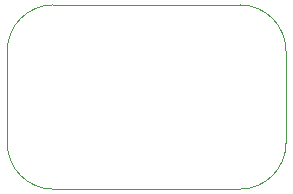
<source format=gko>
%TF.GenerationSoftware,KiCad,Pcbnew,4.0.7-e2-6376~58~ubuntu16.04.1*%
%TF.CreationDate,2017-10-07T13:30:47-07:00*%
%TF.ProjectId,2x3-LED-TH-2.54mm-Pitch-Magnet,3278332D4C45442D54482D322E35346D,v1.2*%
%TF.FileFunction,Profile,NP*%
%FSLAX46Y46*%
G04 Gerber Fmt 4.6, Leading zero omitted, Abs format (unit mm)*
G04 Created by KiCad (PCBNEW 4.0.7-e2-6376~58~ubuntu16.04.1) date Sat Oct  7 13:30:47 2017*
%MOMM*%
%LPD*%
G01*
G04 APERTURE LIST*
%ADD10C,0.350000*%
%ADD11C,0.040640*%
G04 APERTURE END LIST*
D10*
D11*
X40463800Y-41209800D02*
X24663800Y-41209800D01*
X40463800Y-56809800D02*
X24663800Y-56809800D01*
X44363800Y-52909800D02*
X44363800Y-45109800D01*
X20763800Y-52909800D02*
X20763800Y-45109800D01*
X44363800Y-45109800D02*
G75*
G03X40463800Y-41209800I-3900000J0D01*
G01*
X40463800Y-56809800D02*
G75*
G03X44363800Y-52909800I0J3900000D01*
G01*
X20763800Y-52909800D02*
G75*
G03X24663800Y-56809800I3900000J0D01*
G01*
X24663800Y-41209800D02*
G75*
G03X20763800Y-45109800I0J-3900000D01*
G01*
M02*

</source>
